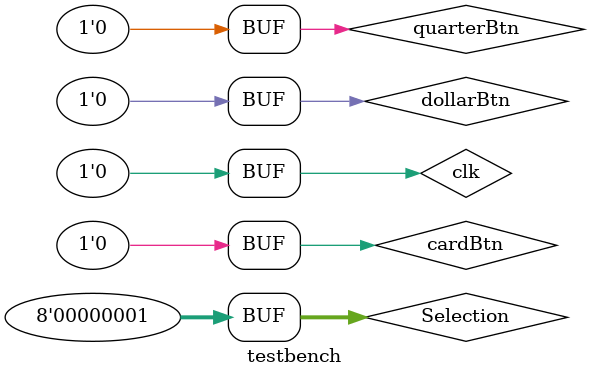
<source format=v>
`timescale 1ns / 1ps


module testbench;
    reg clk;
    reg [7:0] Selection;
    reg quarterBtn;
    reg dollarBtn;
    reg cardBtn;
    wire [5:0] Despensing;
    wire [3:0] Anode_Activate; // anode signals of the 7-segment LED display
    wire [6:0] LED_out;// cathode patterns of the 7-segment LED display
    
    
    
    
    VendingMachine uut (
        .clk(clk),
        .Selection(Selection),
        .quarterBtn(quarterBtn),
        .dollarBtn(dollarBtn),
        .cardBtn(cardBtn),
        .Despensing(Despensing),
        .Anode_Activate(Anode_Activate),
        .LED_out(LED_out)
    );
    always begin
     //Simulate the clock
     #10 clk = 1;
     #10 clk = 0;
     end
    
    initial begin
        Selection = 0;
        quarterBtn = 0;
        dollarBtn = 0;
        cardBtn = 0;
        
        quarterBtn = 1;
        #2000000000
        quarterBtn = 0;
        dollarBtn = 1;
        #2000000000
        dollarBtn = 0;
        #20 Selection = 1;
        
        
    end
    
endmodule

</source>
